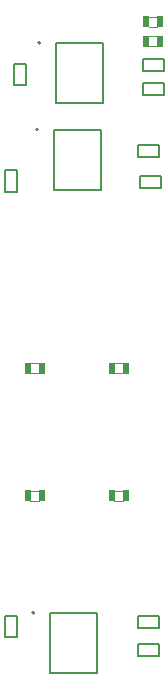
<source format=gbr>
%TF.GenerationSoftware,Altium Limited,Altium Designer,20.0.13 (296)*%
G04 Layer_Color=16711935*
%FSLAX45Y45*%
%MOMM*%
%TF.FileFunction,Other,Mechanical_13*%
%TF.Part,Single*%
G01*
G75*
%TA.AperFunction,NonConductor*%
%ADD25C,0.20000*%
%ADD28C,0.12700*%
%ADD36C,0.10160*%
G36*
X15336713Y12093190D02*
X15286510D01*
Y12188298D01*
X15336713D01*
Y12093190D01*
D02*
G37*
G36*
X15219621D02*
X15169670D01*
Y12188274D01*
X15219621D01*
Y12093190D01*
D02*
G37*
G36*
X15336713Y11928090D02*
X15286510D01*
Y12023198D01*
X15336713D01*
Y11928090D01*
D02*
G37*
G36*
X15219621D02*
X15169670D01*
Y12023174D01*
X15219621D01*
Y11928090D01*
D02*
G37*
G36*
X15044614Y9159490D02*
X14994411D01*
Y9254598D01*
X15044614D01*
Y9159490D01*
D02*
G37*
G36*
X14927521D02*
X14877570D01*
Y9254574D01*
X14927521D01*
Y9159490D01*
D02*
G37*
G36*
X14333414D02*
X14283211D01*
Y9254598D01*
X14333414D01*
Y9159490D01*
D02*
G37*
G36*
X14216321D02*
X14166370D01*
Y9254574D01*
X14216321D01*
Y9159490D01*
D02*
G37*
G36*
X15044614Y8079990D02*
X14994411D01*
Y8175098D01*
X15044614D01*
Y8079990D01*
D02*
G37*
G36*
X14927521D02*
X14877570D01*
Y8175074D01*
X14927521D01*
Y8079990D01*
D02*
G37*
G36*
X14333414D02*
X14283211D01*
Y8175098D01*
X14333414D01*
Y8079990D01*
D02*
G37*
G36*
X14216321D02*
X14166370D01*
Y8175074D01*
X14216321D01*
Y8079990D01*
D02*
G37*
D25*
X14297501Y11963400D02*
G03*
X14297501Y11963400I-10000J0D01*
G01*
X14246700Y7137400D02*
G03*
X14246700Y7137400I-10000J0D01*
G01*
X14278297Y11226800D02*
G03*
X14278297Y11226800I-10000J0D01*
G01*
D28*
X14830400Y11454399D02*
Y11964401D01*
X14430400Y11454399D02*
Y11964401D01*
Y11454399D02*
X14830400D01*
X14430400Y11964401D02*
X14830400D01*
X15162698Y11822902D02*
X15342702D01*
X15162698Y11722903D02*
X15342702D01*
Y11822902D01*
X15162698Y11722903D02*
Y11822902D01*
Y11619702D02*
X15342702D01*
X15162698Y11519703D02*
X15342702D01*
Y11619702D01*
X15162698Y11519703D02*
Y11619702D01*
X14072403Y11606698D02*
Y11786702D01*
X14172401Y11606698D02*
Y11786702D01*
X14072403D02*
X14172401D01*
X14072403Y11606698D02*
X14172401D01*
X14096198Y6933098D02*
Y7113102D01*
X13996198Y6933098D02*
Y7113102D01*
Y6933098D02*
X14096198D01*
X13996198Y7113102D02*
X14096198D01*
X14779605Y6628399D02*
Y7138401D01*
X14379605Y6628399D02*
Y7138401D01*
Y6628399D02*
X14779605D01*
X14379605Y7138401D02*
X14779605D01*
X15124599Y7111202D02*
X15304602D01*
X15124599Y7011203D02*
X15304602D01*
Y7111202D01*
X15124599Y7011203D02*
Y7111202D01*
Y6869902D02*
X15304602D01*
X15124599Y6769903D02*
X15304602D01*
Y6869902D01*
X15124599Y6769903D02*
Y6869902D01*
X13996204Y10702199D02*
Y10882203D01*
X14096202Y10702199D02*
Y10882203D01*
X13996204D02*
X14096202D01*
X13996204Y10702199D02*
X14096202D01*
X15137299Y10832302D02*
X15317302D01*
X15137299Y10732303D02*
X15317302D01*
Y10832302D01*
X15137299Y10732303D02*
Y10832302D01*
X15124599Y11099002D02*
X15304602D01*
X15124599Y10999003D02*
X15304602D01*
Y11099002D01*
X15124599Y10999003D02*
Y11099002D01*
X14811197Y10717799D02*
Y11227801D01*
X14411198Y10717799D02*
Y11227801D01*
Y10717799D02*
X14811197D01*
X14411198Y11227801D02*
X14811197D01*
D36*
X15217099Y11932900D02*
X15288301D01*
X15217099Y12018000D02*
X15288301D01*
X15217099Y12098000D02*
X15288301D01*
X15217099Y12183100D02*
X15288301D01*
X14924998Y9164300D02*
X14996201D01*
X14924998Y9249400D02*
X14996201D01*
X14924998Y8084800D02*
X14996201D01*
X14924998Y8169900D02*
X14996201D01*
X14213799Y9164300D02*
X14285001D01*
X14213799Y9249400D02*
X14285001D01*
X14213799Y8084800D02*
X14285001D01*
X14213799Y8169900D02*
X14285001D01*
%TF.MD5,5023c183cfa44a2a87861172ed77a6dc*%
M02*

</source>
